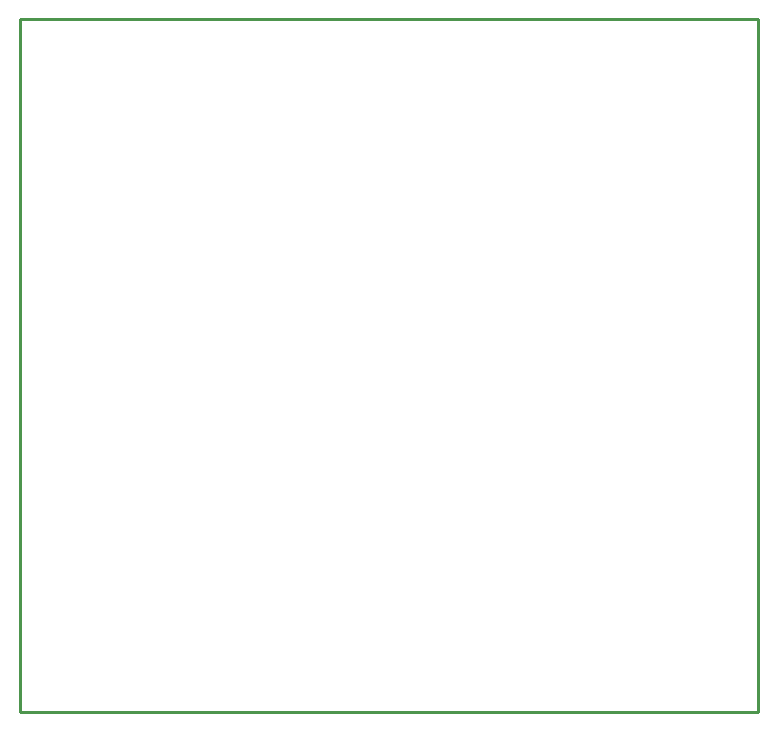
<source format=gko>
G04 Layer: BoardOutline*
G04 EasyEDA v6.4.0, 2020-07-18T08:58:50+05:30*
G04 8da112671cf046a09353fb5968b32747,f1a86d1669934288b337f1190552c02f,10*
G04 Gerber Generator version 0.2*
G04 Scale: 100 percent, Rotated: No, Reflected: No *
G04 Dimensions in inches *
G04 leading zeros omitted , absolute positions ,2 integer and 4 decimal *
%FSLAX24Y24*%
%MOIN*%
G90*
G70D02*

%ADD10C,0.010000*%
G54D10*
G01X400Y23100D02*
G01X24600Y23100D01*
G01X24600Y0D01*
G01X0Y0D01*
G01X0Y23100D01*
G01X400Y23100D01*

%LPD*%
M00*
M02*

</source>
